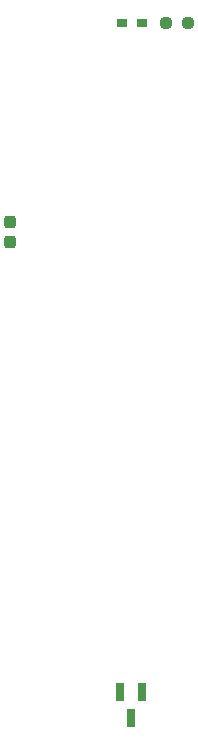
<source format=gbr>
G04 #@! TF.GenerationSoftware,KiCad,Pcbnew,8.0.4+dfsg-1*
G04 #@! TF.CreationDate,2025-02-23T14:55:35+09:00*
G04 #@! TF.ProjectId,bionic-mc6809e,62696f6e-6963-42d6-9d63-36383039652e,6*
G04 #@! TF.SameCoordinates,Original*
G04 #@! TF.FileFunction,Paste,Top*
G04 #@! TF.FilePolarity,Positive*
%FSLAX46Y46*%
G04 Gerber Fmt 4.6, Leading zero omitted, Abs format (unit mm)*
G04 Created by KiCad (PCBNEW 8.0.4+dfsg-1) date 2025-02-23 14:55:35*
%MOMM*%
%LPD*%
G01*
G04 APERTURE LIST*
G04 Aperture macros list*
%AMRoundRect*
0 Rectangle with rounded corners*
0 $1 Rounding radius*
0 $2 $3 $4 $5 $6 $7 $8 $9 X,Y pos of 4 corners*
0 Add a 4 corners polygon primitive as box body*
4,1,4,$2,$3,$4,$5,$6,$7,$8,$9,$2,$3,0*
0 Add four circle primitives for the rounded corners*
1,1,$1+$1,$2,$3*
1,1,$1+$1,$4,$5*
1,1,$1+$1,$6,$7*
1,1,$1+$1,$8,$9*
0 Add four rect primitives between the rounded corners*
20,1,$1+$1,$2,$3,$4,$5,0*
20,1,$1+$1,$4,$5,$6,$7,0*
20,1,$1+$1,$6,$7,$8,$9,0*
20,1,$1+$1,$8,$9,$2,$3,0*%
G04 Aperture macros list end*
%ADD10R,0.660400X1.625600*%
%ADD11R,0.965200X0.762000*%
%ADD12RoundRect,0.237500X-0.250000X-0.237500X0.250000X-0.237500X0.250000X0.237500X-0.250000X0.237500X0*%
%ADD13RoundRect,0.237500X0.237500X-0.300000X0.237500X0.300000X-0.237500X0.300000X-0.237500X-0.300000X0*%
G04 APERTURE END LIST*
D10*
X118290403Y-123633000D03*
X116390401Y-123633000D03*
X117340402Y-125765000D03*
D11*
X118324800Y-66976000D03*
X116572200Y-66976000D03*
D12*
X120358700Y-66976000D03*
X122183700Y-66976000D03*
D13*
X107144801Y-85506000D03*
X107144801Y-83781000D03*
M02*

</source>
